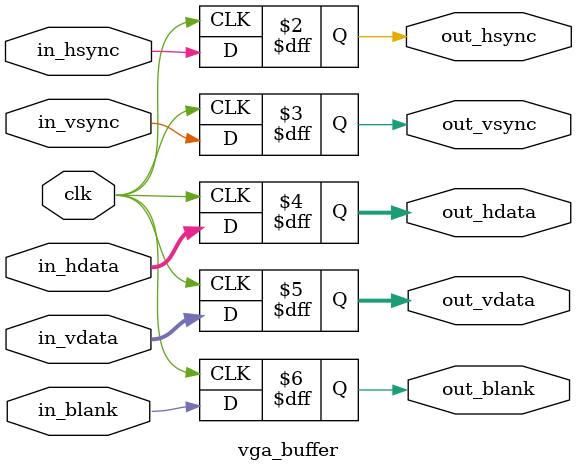
<source format=v>
`timescale 1ns / 1ps
module vga_buffer #(parameter WIDTH = 0)(
  input wire clk,
  input wire in_hsync,
  input wire in_vsync,
  input wire [WIDTH-1:0] in_hdata,
  input wire [WIDTH-1:0] in_vdata,
  input wire in_blank,
  output reg out_hsync,
  output reg out_vsync,
  output reg [WIDTH-1:0] out_hdata,
  output reg [WIDTH-1:0] out_vdata,
  output reg out_blank
);

always @ (posedge clk)
begin
  out_hsync <= in_hsync;
  out_vsync <= in_vsync;
  out_hdata <= in_hdata;
  out_vdata <= in_vdata;
  out_blank <= in_blank;
end

endmodule

</source>
